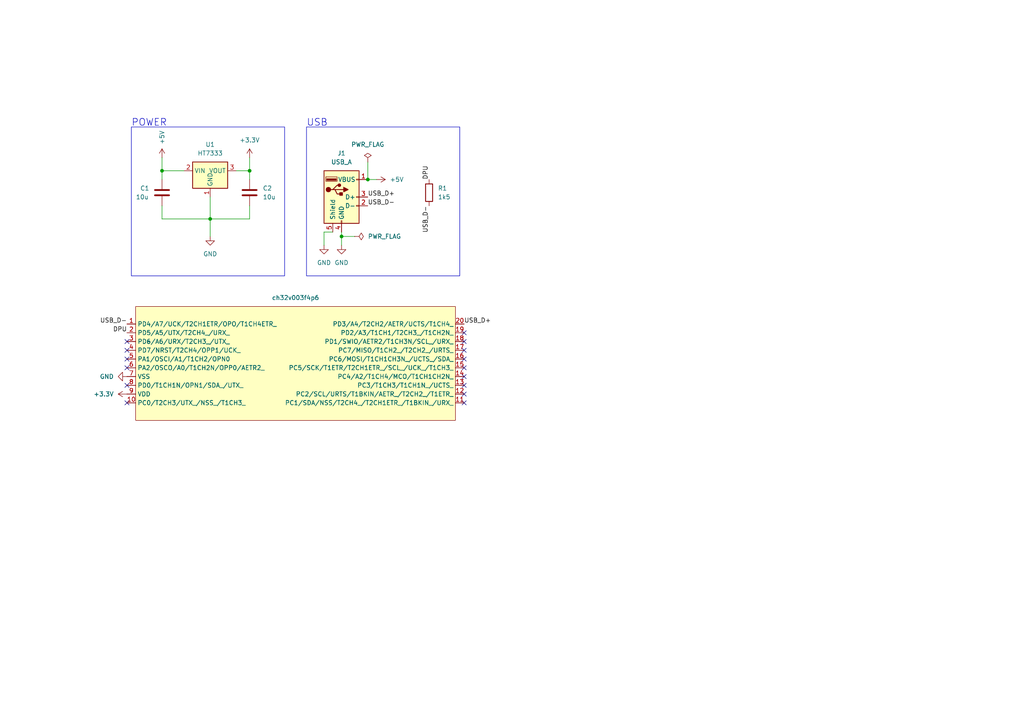
<source format=kicad_sch>
(kicad_sch (version 20230121) (generator eeschema)
  (paper "A4")
  (lib_symbols
    (symbol "Connector:USB_A" (pin_names (offset 1.016))
      (property "Reference" "J" (at -5.08 11.43 0))
      (property "Value" "USB_A" (at -5.08 8.89 0))
      (symbol "USB_A_0_1"
        (rectangle (start -5.08 -7.62) (end 5.08 7.62) (stroke (width 0.254)) (fill (type background)))
        (circle (center -3.81 2.159) (radius 0.635) (stroke (width 0.254)) (fill (type outline)))
        (rectangle (start -1.524 4.826) (end -4.318 5.334) (fill (type outline)))
        (rectangle (start -1.27 4.572) (end -4.572 5.842))
        (circle (center -0.635 3.429) (radius 0.381) (stroke (width 0.254)) (fill (type outline)))
        (rectangle (start -0.127 -7.62) (end 0.127 -6.858))
        (polyline (pts (xy -3.175 2.159) (xy -2.54 2.159) (xy -1.27 3.429) (xy -0.635 3.429)) (stroke (width 0.254)))
        (polyline (pts (xy -2.54 2.159) (xy -1.905 2.159) (xy -1.27 0.889) (xy 0 0.889)) (stroke (width 0.254)))
        (polyline (pts (xy 0.635 2.794) (xy 0.635 1.524) (xy 1.905 2.159) (xy 0.635 2.794)) (stroke (width 0.254)) (fill (type outline)))
        (rectangle (start 0.254 1.27) (end -0.508 0.508) (stroke (width 0.254)) (fill (type outline)))
        (rectangle (start 5.08 -2.667) (end 4.318 -2.413))
        (rectangle (start 5.08 -0.127) (end 4.318 0.127))
        (rectangle (start 5.08 4.953) (end 4.318 5.207))
      )
      (symbol "USB_A_1_1"
        (polyline (pts (xy -1.905 2.159) (xy 0.635 2.159)) (stroke (width 0.254)))
        (pin power_in line (at 7.62 5.08 180) (length 2.54) (name "VBUS") (number "1"))
        (pin bidirectional line (at 7.62 -2.54 180) (length 2.54) (name "D-") (number "2"))
        (pin bidirectional line (at 7.62 0 180) (length 2.54) (name "D+") (number "3"))
        (pin power_in line (at 0 -10.16 90) (length 2.54) (name "GND") (number "4"))
        (pin passive line (at -2.54 -10.16 90) (length 2.54) (name "Shield") (number "5"))
      )
    )
    (symbol "Device:C" (pin_numbers hide) (pin_names (offset 0.254))
      (property "Reference" "C" (at 0.635 2.54 0))
      (property "Value" "C" (at 0.635 -2.54 0))
      (symbol "C_0_1"
        (polyline (pts (xy -2.032 -0.762) (xy 2.032 -0.762)) (stroke (width 0.508)))
        (polyline (pts (xy -2.032 0.762) (xy 2.032 0.762)) (stroke (width 0.508)))
      )
      (symbol "C_1_1"
        (pin passive line (at 0 3.81 270) (length 2.794) (name "~") (number "1"))
        (pin passive line (at 0 -3.81 90) (length 2.794) (name "~") (number "2"))
      )
    )
    (symbol "Device:R" (pin_numbers hide) (pin_names (offset 0))
      (property "Reference" "R" (at 2.032 0 90))
      (property "Value" "R" (at 0 0 90))
      (symbol "R_0_1"
        (rectangle (start -1.016 -2.54) (end 1.016 2.54) (stroke (width 0.254)))
      )
      (symbol "R_1_1"
        (pin passive line (at 0 3.81 270) (length 1.27) (name "~") (number "1"))
        (pin passive line (at 0 -3.81 90) (length 1.27) (name "~") (number "2"))
      )
    )
    (symbol "Regulator_Linear:HT75xx-1-SOT89"
      (property "Reference" "U" (at -5.08 -3.81 0))
      (property "Value" "HT75xx-1-SOT89" (at 0 6.35 0))
      (symbol "HT75xx-1-SOT89_0_1"
        (rectangle (start -5.08 5.08) (end 5.08 -2.54) (stroke (width 0.254)) (fill (type background)))
      )
      (symbol "HT75xx-1-SOT89_1_1"
        (pin power_in line (at 0 -5.08 90) (length 2.54) (name "GND") (number "1"))
        (pin power_in line (at -7.62 2.54 0) (length 2.54) (name "VIN") (number "2"))
        (pin power_out line (at 7.62 2.54 180) (length 2.54) (name "VOUT") (number "3"))
      )
    )
    (symbol "michal:ch32v003f4p6"
      (property "Reference" "ch32v003f4p6" (at 0 10.16 0))
      (symbol "ch32v003f4p6_1_1"
        (rectangle (start -41.91 8.89) (end 50.8 -24.13) (fill (type background)))
        (pin bidirectional line (at -44.45 3.81 0) (length 2.54) (name "PD4/A7/UCK/T2CH1ETR/OPO/T1CH4ETR_") (number "1"))
        (pin bidirectional line (at -44.45 -19.05 0) (length 2.54) (name "PC0/T2CH3/UTX_/NSS_/T1CH3_") (number "10"))
        (pin bidirectional line (at 53.34 -19.05 180) (length 2.54) (name "PC1/SDA/NSS/T2CH4_/T2CH1ETR_/T1BKIN_/URX_") (number "11"))
        (pin bidirectional line (at 53.34 -16.51 180) (length 2.54) (name "PC2/SCL/URTS/T1BKIN/AETR_/T2CH2_/T1ETR_") (number "12"))
        (pin bidirectional line (at 53.34 -13.97 180) (length 2.54) (name "PC3/T1CH3/T1CH1N_/UCTS_") (number "13"))
        (pin bidirectional line (at 53.34 -11.43 180) (length 2.54) (name "PC4/A2/T1CH4/MCO/T1CH1CH2N_") (number "14"))
        (pin bidirectional line (at 53.34 -8.89 180) (length 2.54) (name "PC5/SCK/T1ETR/T2CH1ETR_/SCL_/UCK_/T1CH3_") (number "15"))
        (pin bidirectional line (at 53.34 -6.35 180) (length 2.54) (name "PC6/MOSI/T1CH1CH3N_/UCTS_/SDA_") (number "16"))
        (pin bidirectional line (at 53.34 -3.81 180) (length 2.54) (name "PC7/MISO/T1CH2_/T2CH2_/URTS_") (number "17"))
        (pin bidirectional line (at 53.34 -1.27 180) (length 2.54) (name "PD1/SWIO/AETR2/T1CH3N/SCL_/URX_") (number "18"))
        (pin bidirectional line (at 53.34 1.27 180) (length 2.54) (name "PD2/A3/T1CH1/T2CH3_/T1CH2N_") (number "19"))
        (pin bidirectional line (at -44.45 1.27 0) (length 2.54) (name "PD5/A5/UTX/T2CH4_/URX_") (number "2"))
        (pin bidirectional line (at 53.34 3.81 180) (length 2.54) (name "PD3/A4/T2CH2/AETR/UCTS/T1CH4_") (number "20"))
        (pin bidirectional line (at -44.45 -1.27 0) (length 2.54) (name "PD6/A6/URX/T2CH3_/UTX_") (number "3"))
        (pin bidirectional line (at -44.45 -3.81 0) (length 2.54) (name "PD7/NRST/T2CH4/OPP1/UCK_") (number "4"))
        (pin bidirectional line (at -44.45 -6.35 0) (length 2.54) (name "PA1/OSCI/A1/T1CH2/OPN0") (number "5"))
        (pin bidirectional line (at -44.45 -8.89 0) (length 2.54) (name "PA2/OSCO/A0/T1CH2N/OPP0/AETR2_") (number "6"))
        (pin power_in line (at -44.45 -11.43 0) (length 2.54) (name "VSS") (number "7"))
        (pin bidirectional line (at -44.45 -13.97 0) (length 2.54) (name "PD0/T1CH1N/OPN1/SDA_/UTX_") (number "8"))
        (pin power_in line (at -44.45 -16.51 0) (length 2.54) (name "VDD") (number "9"))
      )
    )
    (symbol "power:+3.3V" (power) (pin_names (offset 0))
      (property "Value" "+3.3V" (at 0 3.556 0))
      (symbol "+3.3V_0_1"
        (polyline (pts (xy -0.762 1.27) (xy 0 2.54)))
        (polyline (pts (xy 0 0) (xy 0 2.54)))
        (polyline (pts (xy 0 2.54) (xy 0.762 1.27)))
      )
      (symbol "+3.3V_1_1"
        (pin power_in line (at 0 0 90) (length 0) hide (name "+3.3V") (number "1"))
      )
    )
    (symbol "power:+5V" (power) (pin_names (offset 0))
      (property "Value" "+5V" (at 0 3.556 0))
      (symbol "+5V_0_1"
        (polyline (pts (xy -0.762 1.27) (xy 0 2.54)))
        (polyline (pts (xy 0 0) (xy 0 2.54)))
        (polyline (pts (xy 0 2.54) (xy 0.762 1.27)))
      )
      (symbol "+5V_1_1"
        (pin power_in line (at 0 0 90) (length 0) hide (name "+5V") (number "1"))
      )
    )
    (symbol "power:GND" (power) (pin_names (offset 0))
      (property "Value" "GND" (at 0 -3.81 0))
      (symbol "GND_0_1"
        (polyline (pts (xy 0 0) (xy 0 -1.27) (xy 1.27 -1.27) (xy 0 -2.54) (xy -1.27 -1.27) (xy 0 -1.27)))
      )
      (symbol "GND_1_1"
        (pin power_in line (at 0 0 270) (length 0) hide (name "GND") (number "1"))
      )
    )
    (symbol "power:PWR_FLAG" (power) (pin_numbers hide) (pin_names (offset 0) hide)
      (property "Value" "PWR_FLAG" (at 0 3.81 0))
      (symbol "PWR_FLAG_0_0"
        (pin power_out line (at 0 0 90) (length 0) (name "pwr") (number "1"))
      )
      (symbol "PWR_FLAG_0_1"
        (polyline (pts (xy 0 0) (xy 0 1.27) (xy -1.016 1.905) (xy 0 2.54) (xy 1.016 1.905) (xy 0 1.27)))
      )
    )
  )
  (junction (at 60.96 63.5))
  (junction (at 99.06 68.58))
  (junction (at 72.39 49.53))
  (junction (at 106.68 52.07))
  (junction (at 46.99 49.53))
  (no_connect (at 134.62 101.6))
  (no_connect (at 134.62 116.84))
  (no_connect (at 36.83 99.06))
  (no_connect (at 134.62 109.22))
  (no_connect (at 36.83 101.6))
  (no_connect (at 134.62 114.3))
  (no_connect (at 36.83 106.68))
  (no_connect (at 134.62 96.52))
  (no_connect (at 134.62 111.76))
  (no_connect (at 134.62 106.68))
  (no_connect (at 36.83 111.76))
  (no_connect (at 36.83 116.84))
  (no_connect (at 134.62 99.06))
  (no_connect (at 134.62 104.14))
  (no_connect (at 36.83 104.14))
  (wire (pts (xy 99.06 71.12) (xy 99.06 68.58)))
  (wire (pts (xy 68.58 49.53) (xy 72.39 49.53)))
  (wire (pts (xy 106.68 46.99) (xy 106.68 52.07)))
  (wire (pts (xy 72.39 49.53) (xy 72.39 52.07)))
  (wire (pts (xy 72.39 59.69) (xy 72.39 63.5)))
  (wire (pts (xy 46.99 45.72) (xy 46.99 49.53)))
  (wire (pts (xy 60.96 57.15) (xy 60.96 63.5)))
  (wire (pts (xy 46.99 59.69) (xy 46.99 63.5)))
  (wire (pts (xy 109.22 52.07) (xy 106.68 52.07)))
  (wire (pts (xy 72.39 63.5) (xy 60.96 63.5)))
  (wire (pts (xy 93.98 67.31) (xy 96.52 67.31)))
  (wire (pts (xy 46.99 63.5) (xy 60.96 63.5)))
  (wire (pts (xy 53.34 49.53) (xy 46.99 49.53)))
  (wire (pts (xy 72.39 45.72) (xy 72.39 49.53)))
  (wire (pts (xy 99.06 68.58) (xy 102.87 68.58)))
  (wire (pts (xy 46.99 52.07) (xy 46.99 49.53)))
  (wire (pts (xy 60.96 63.5) (xy 60.96 68.58)))
  (wire (pts (xy 93.98 71.12) (xy 93.98 67.31)))
  (wire (pts (xy 99.06 68.58) (xy 99.06 67.31)))
  (rectangle (start 88.9 36.83) (end 133.35 80.01))
  (rectangle (start 38.1 36.83) (end 82.55 80.01))
  (text "USB" (at 88.9 36.83 0) (effects (font (size 2 2)) (justify left bottom)))
  (text "POWER" (at 38.1 36.83 0) (effects (font (size 2 2)) (justify left bottom)))
  (label "DPU" (at 36.83 96.52 180))
  (label "USB_D+" (at 134.62 93.98 0))
  (label "USB_D-" (at 106.68 59.69 0))
  (label "USB_D-" (at 36.83 93.98 180))
  (label "USB_D-" (at 124.46 59.69 270))
  (label "USB_D+" (at 106.68 57.15 0))
  (label "DPU" (at 124.46 52.07 90))
  (symbol (lib_id "power:+3.3V") (at 36.83 114.3 90) (unit 1)
    (property "Reference" "#PWR06" (effects hide))
    (property "Value" "+3.3V" (at 33.02 114.3 90) (effects (justify left)))
  )
  (symbol (lib_id "Device:C") (at 46.99 55.88 0) (unit 1)
    (property "Reference" "C1" (at 40.64 54.61 0) (effects (justify left)))
    (property "Value" "10u" (at 39.37 57.15 0) (effects (justify left)))
    (property "Footprint" "Capacitor_SMD:C_0805_2012Metric_Pad1.18x1.45mm_HandSolder" (effects hide))
  )
  (symbol (lib_id "Device:R") (at 124.46 55.88 0) (unit 1)
    (property "Reference" "R1" (at 127 54.61 0) (effects (justify left)))
    (property "Value" "1k5" (at 127 57.15 0) (effects (justify left)))
    (property "Footprint" "Resistor_SMD:R_0805_2012Metric_Pad1.20x1.40mm_HandSolder" (effects hide))
  )
  (symbol (lib_id "power:+5V") (at 109.22 52.07 270) (unit 1)
    (property "Reference" "#PWR03" (effects hide))
    (property "Value" "+5V" (at 113.03 52.07 90) (effects (justify left)))
  )
  (symbol (lib_id "power:GND") (at 60.96 68.58 0) (unit 1)
    (property "Reference" "#PWR02" (effects hide))
    (property "Value" "GND" (at 60.96 73.66 0))
  )
  (symbol (lib_id "power:GND") (at 93.98 71.12 0) (unit 1)
    (property "Reference" "#PWR08" (effects hide))
    (property "Value" "GND" (at 93.98 76.2 0))
  )
  (symbol (lib_id "Device:C") (at 72.39 55.88 0) (unit 1)
    (property "Reference" "C2" (at 76.2 54.61 0) (effects (justify left)))
    (property "Value" "10u" (at 76.2 57.15 0) (effects (justify left)))
    (property "Footprint" "Capacitor_SMD:C_0805_2012Metric_Pad1.18x1.45mm_HandSolder" (effects hide))
  )
  (symbol (lib_id "power:PWR_FLAG") (at 106.68 46.99 0) (unit 1)
    (property "Reference" "#FLG01" (effects hide))
    (property "Value" "PWR_FLAG" (at 106.68 41.91 0))
  )
  (symbol (lib_id "Connector:USB_A") (at 99.06 57.15 0) (unit 1)
    (property "Reference" "J1" (at 99.06 44.45 0))
    (property "Value" "USB_A" (at 99.06 46.99 0))
    (property "Footprint" "michal:USB_A_Horizontal" (effects hide))
    (property "Datasheet" " ~" (effects hide))
  )
  (symbol (lib_id "power:GND") (at 36.83 109.22 270) (unit 1)
    (property "Reference" "#PWR07" (effects hide))
    (property "Value" "GND" (at 33.02 109.22 90) (effects (justify right)))
  )
  (symbol (lib_id "power:GND") (at 99.06 71.12 0) (unit 1)
    (property "Reference" "#PWR04" (effects hide))
    (property "Value" "GND" (at 99.06 76.2 0))
  )
  (symbol (lib_id "power:+3.3V") (at 72.39 45.72 0) (unit 1)
    (property "Reference" "#PWR05" (effects hide))
    (property "Value" "+3.3V" (at 72.39 40.64 0))
  )
  (symbol (lib_id "power:+5V") (at 46.99 45.72 0) (unit 1)
    (property "Reference" "#PWR01" (effects hide))
    (property "Value" "+5V" (at 46.99 41.91 90) (effects (justify left)))
  )
  (symbol (lib_id "Regulator_Linear:HT75xx-1-SOT89") (at 60.96 52.07 0) (unit 1)
    (property "Reference" "U1" (at 60.96 41.91 0))
    (property "Value" "HT7333" (at 60.96 44.45 0))
    (property "Footprint" "Package_TO_SOT_SMD:SOT-89-3_Handsoldering" (effects hide))
    (property "Datasheet" "https://www.holtek.com/documents/10179/116711/HT75xx-1v250.pdf" (effects hide))
  )
  (symbol (lib_id "power:PWR_FLAG") (at 102.87 68.58 270) (unit 1)
    (property "Reference" "#FLG02" (effects hide))
    (property "Value" "PWR_FLAG" (at 106.68 68.58 90) (effects (justify left)))
  )
  (symbol (lib_id "michal:ch32v003f4p6") (at 81.28 97.79 0) (unit 1)
    (property "Reference" "ch32v003f4p6" (at 85.725 86.36 0))
    (property "Value" "~" (at 43.18 99.06 0))
    (property "Footprint" "Package_SO:SSOP-20_4.4x6.5mm_P0.65mm" (effects hide))
  )
)
</source>
